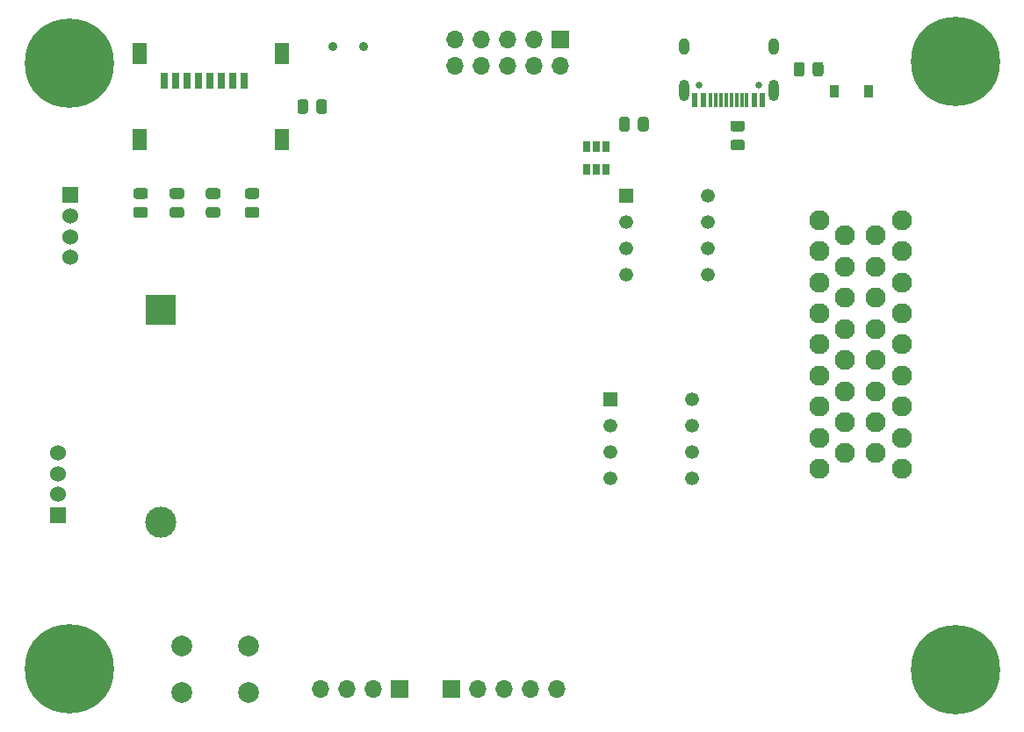
<source format=gbr>
%TF.GenerationSoftware,KiCad,Pcbnew,(5.1.12)-1*%
%TF.CreationDate,2022-03-21T20:12:08+01:00*%
%TF.ProjectId,TelemetryPrimePCB,54656c65-6d65-4747-9279-5072696d6550,rev?*%
%TF.SameCoordinates,Original*%
%TF.FileFunction,Soldermask,Bot*%
%TF.FilePolarity,Negative*%
%FSLAX46Y46*%
G04 Gerber Fmt 4.6, Leading zero omitted, Abs format (unit mm)*
G04 Created by KiCad (PCBNEW (5.1.12)-1) date 2022-03-21 20:12:08*
%MOMM*%
%LPD*%
G01*
G04 APERTURE LIST*
%ADD10O,1.700000X1.700000*%
%ADD11R,1.700000X1.700000*%
%ADD12R,0.650000X1.060000*%
%ADD13O,1.000000X1.600000*%
%ADD14C,0.650000*%
%ADD15O,1.000000X2.100000*%
%ADD16R,0.300000X1.450000*%
%ADD17R,0.600000X1.450000*%
%ADD18R,0.900000X1.200000*%
%ADD19C,3.000000*%
%ADD20R,3.000000X3.000000*%
%ADD21R,1.338000X1.338000*%
%ADD22C,1.338000*%
%ADD23C,0.900000*%
%ADD24C,2.000000*%
%ADD25C,1.524000*%
%ADD26R,1.524000X1.524000*%
%ADD27C,8.600000*%
%ADD28R,1.450000X2.000000*%
%ADD29R,0.800000X1.500000*%
%ADD30C,1.950000*%
G04 APERTURE END LIST*
D10*
%TO.C,J8*%
X154160000Y-119600000D03*
X151620000Y-119600000D03*
X149080000Y-119600000D03*
X146540000Y-119600000D03*
D11*
X144000000Y-119600000D03*
%TD*%
D12*
%TO.C,U6*%
X157000000Y-67350000D03*
X157950000Y-67350000D03*
X158900000Y-67350000D03*
X158900000Y-69550000D03*
X157000000Y-69550000D03*
X157950000Y-69550000D03*
%TD*%
%TO.C,R36*%
G36*
G01*
X176975000Y-60300001D02*
X176975000Y-59399999D01*
G75*
G02*
X177224999Y-59150000I249999J0D01*
G01*
X177750001Y-59150000D01*
G75*
G02*
X178000000Y-59399999I0J-249999D01*
G01*
X178000000Y-60300001D01*
G75*
G02*
X177750001Y-60550000I-249999J0D01*
G01*
X177224999Y-60550000D01*
G75*
G02*
X176975000Y-60300001I0J249999D01*
G01*
G37*
G36*
G01*
X178800000Y-60300001D02*
X178800000Y-59399999D01*
G75*
G02*
X179049999Y-59150000I249999J0D01*
G01*
X179575001Y-59150000D01*
G75*
G02*
X179825000Y-59399999I0J-249999D01*
G01*
X179825000Y-60300001D01*
G75*
G02*
X179575001Y-60550000I-249999J0D01*
G01*
X179049999Y-60550000D01*
G75*
G02*
X178800000Y-60300001I0J249999D01*
G01*
G37*
%TD*%
%TO.C,R35*%
G36*
G01*
X172000001Y-65850000D02*
X171099999Y-65850000D01*
G75*
G02*
X170850000Y-65600001I0J249999D01*
G01*
X170850000Y-65074999D01*
G75*
G02*
X171099999Y-64825000I249999J0D01*
G01*
X172000001Y-64825000D01*
G75*
G02*
X172250000Y-65074999I0J-249999D01*
G01*
X172250000Y-65600001D01*
G75*
G02*
X172000001Y-65850000I-249999J0D01*
G01*
G37*
G36*
G01*
X172000001Y-67675000D02*
X171099999Y-67675000D01*
G75*
G02*
X170850000Y-67425001I0J249999D01*
G01*
X170850000Y-66899999D01*
G75*
G02*
X171099999Y-66650000I249999J0D01*
G01*
X172000001Y-66650000D01*
G75*
G02*
X172250000Y-66899999I0J-249999D01*
G01*
X172250000Y-67425001D01*
G75*
G02*
X172000001Y-67675000I-249999J0D01*
G01*
G37*
%TD*%
%TO.C,R29*%
G36*
G01*
X160125000Y-65600001D02*
X160125000Y-64699999D01*
G75*
G02*
X160374999Y-64450000I249999J0D01*
G01*
X160900001Y-64450000D01*
G75*
G02*
X161150000Y-64699999I0J-249999D01*
G01*
X161150000Y-65600001D01*
G75*
G02*
X160900001Y-65850000I-249999J0D01*
G01*
X160374999Y-65850000D01*
G75*
G02*
X160125000Y-65600001I0J249999D01*
G01*
G37*
G36*
G01*
X161950000Y-65600001D02*
X161950000Y-64699999D01*
G75*
G02*
X162199999Y-64450000I249999J0D01*
G01*
X162725001Y-64450000D01*
G75*
G02*
X162975000Y-64699999I0J-249999D01*
G01*
X162975000Y-65600001D01*
G75*
G02*
X162725001Y-65850000I-249999J0D01*
G01*
X162199999Y-65850000D01*
G75*
G02*
X161950000Y-65600001I0J249999D01*
G01*
G37*
%TD*%
D13*
%TO.C,J7*%
X175020000Y-57700000D03*
D14*
X173590000Y-61350000D03*
D13*
X166380000Y-57700000D03*
D14*
X167810000Y-61350000D03*
D15*
X166380000Y-61880000D03*
X175020000Y-61880000D03*
D16*
X170450000Y-62795000D03*
X172450000Y-62795000D03*
X171950000Y-62795000D03*
X171450000Y-62795000D03*
X170950000Y-62795000D03*
X169950000Y-62795000D03*
X169450000Y-62795000D03*
X168950000Y-62795000D03*
D17*
X173950000Y-62795000D03*
X173150000Y-62795000D03*
X168250000Y-62795000D03*
X167450000Y-62795000D03*
X167450000Y-62795000D03*
X168250000Y-62795000D03*
X173150000Y-62795000D03*
X173950000Y-62795000D03*
%TD*%
D18*
%TO.C,D5*%
X184200000Y-61950000D03*
X180900000Y-61950000D03*
%TD*%
D19*
%TO.C,BT1*%
X115950000Y-103590000D03*
D20*
X115950000Y-83100000D03*
%TD*%
D21*
%TO.C,U4*%
X160813000Y-72090000D03*
D22*
X160813000Y-74630000D03*
X160813000Y-77170000D03*
X160813000Y-79710000D03*
X168687000Y-79710000D03*
X168687000Y-77170000D03*
X168687000Y-74630000D03*
X168687000Y-72090000D03*
%TD*%
D11*
%TO.C,J5*%
X139000000Y-119600000D03*
D10*
X136460000Y-119600000D03*
X133920000Y-119600000D03*
X131380000Y-119600000D03*
%TD*%
D11*
%TO.C,J2*%
X154500000Y-57000000D03*
D10*
X154500000Y-59540000D03*
X151960000Y-57000000D03*
X151960000Y-59540000D03*
X149420000Y-57000000D03*
X149420000Y-59540000D03*
X146880000Y-57000000D03*
X146880000Y-59540000D03*
X144340000Y-57000000D03*
X144340000Y-59540000D03*
%TD*%
%TO.C,R25*%
G36*
G01*
X129125000Y-63900001D02*
X129125000Y-62999999D01*
G75*
G02*
X129374999Y-62750000I249999J0D01*
G01*
X129900001Y-62750000D01*
G75*
G02*
X130150000Y-62999999I0J-249999D01*
G01*
X130150000Y-63900001D01*
G75*
G02*
X129900001Y-64150000I-249999J0D01*
G01*
X129374999Y-64150000D01*
G75*
G02*
X129125000Y-63900001I0J249999D01*
G01*
G37*
G36*
G01*
X130950000Y-63900001D02*
X130950000Y-62999999D01*
G75*
G02*
X131199999Y-62750000I249999J0D01*
G01*
X131725001Y-62750000D01*
G75*
G02*
X131975000Y-62999999I0J-249999D01*
G01*
X131975000Y-63900001D01*
G75*
G02*
X131725001Y-64150000I-249999J0D01*
G01*
X131199999Y-64150000D01*
G75*
G02*
X130950000Y-63900001I0J249999D01*
G01*
G37*
%TD*%
%TO.C,R24*%
G36*
G01*
X121450001Y-74175000D02*
X120549999Y-74175000D01*
G75*
G02*
X120300000Y-73925001I0J249999D01*
G01*
X120300000Y-73399999D01*
G75*
G02*
X120549999Y-73150000I249999J0D01*
G01*
X121450001Y-73150000D01*
G75*
G02*
X121700000Y-73399999I0J-249999D01*
G01*
X121700000Y-73925001D01*
G75*
G02*
X121450001Y-74175000I-249999J0D01*
G01*
G37*
G36*
G01*
X121450001Y-72350000D02*
X120549999Y-72350000D01*
G75*
G02*
X120300000Y-72100001I0J249999D01*
G01*
X120300000Y-71574999D01*
G75*
G02*
X120549999Y-71325000I249999J0D01*
G01*
X121450001Y-71325000D01*
G75*
G02*
X121700000Y-71574999I0J-249999D01*
G01*
X121700000Y-72100001D01*
G75*
G02*
X121450001Y-72350000I-249999J0D01*
G01*
G37*
%TD*%
%TO.C,R23*%
G36*
G01*
X125200001Y-72350000D02*
X124299999Y-72350000D01*
G75*
G02*
X124050000Y-72100001I0J249999D01*
G01*
X124050000Y-71574999D01*
G75*
G02*
X124299999Y-71325000I249999J0D01*
G01*
X125200001Y-71325000D01*
G75*
G02*
X125450000Y-71574999I0J-249999D01*
G01*
X125450000Y-72100001D01*
G75*
G02*
X125200001Y-72350000I-249999J0D01*
G01*
G37*
G36*
G01*
X125200001Y-74175000D02*
X124299999Y-74175000D01*
G75*
G02*
X124050000Y-73925001I0J249999D01*
G01*
X124050000Y-73399999D01*
G75*
G02*
X124299999Y-73150000I249999J0D01*
G01*
X125200001Y-73150000D01*
G75*
G02*
X125450000Y-73399999I0J-249999D01*
G01*
X125450000Y-73925001D01*
G75*
G02*
X125200001Y-74175000I-249999J0D01*
G01*
G37*
%TD*%
D23*
%TO.C,SW2*%
X135500000Y-57670000D03*
X132500000Y-57670000D03*
%TD*%
D24*
%TO.C,SW1*%
X124450000Y-115500000D03*
X124450000Y-120000000D03*
X117950000Y-115500000D03*
X117950000Y-120000000D03*
%TD*%
D25*
%TO.C,J4*%
X106050000Y-96850000D03*
X106050000Y-98850000D03*
X106050000Y-100850000D03*
D26*
X106050000Y-102850000D03*
%TD*%
%TO.C,J3*%
X107200000Y-72000000D03*
D25*
X107200000Y-74000000D03*
X107200000Y-76000000D03*
X107200000Y-78000000D03*
%TD*%
D23*
%TO.C,H1*%
X109380419Y-115419581D03*
X107100000Y-114475000D03*
X104819581Y-115419581D03*
X103875000Y-117700000D03*
X104819581Y-119980419D03*
X107100000Y-120925000D03*
X109380419Y-119980419D03*
X110325000Y-117700000D03*
D27*
X107100000Y-117700000D03*
%TD*%
D23*
%TO.C,H2*%
X194830419Y-115519581D03*
X192550000Y-114575000D03*
X190269581Y-115519581D03*
X189325000Y-117800000D03*
X190269581Y-120080419D03*
X192550000Y-121025000D03*
X194830419Y-120080419D03*
X195775000Y-117800000D03*
D27*
X192550000Y-117800000D03*
%TD*%
D23*
%TO.C,H3*%
X194830419Y-56819581D03*
X192550000Y-55875000D03*
X190269581Y-56819581D03*
X189325000Y-59100000D03*
X190269581Y-61380419D03*
X192550000Y-62325000D03*
X194830419Y-61380419D03*
X195775000Y-59100000D03*
D27*
X192550000Y-59100000D03*
%TD*%
D23*
%TO.C,H4*%
X109380419Y-57019581D03*
X107100000Y-56075000D03*
X104819581Y-57019581D03*
X103875000Y-59300000D03*
X104819581Y-61580419D03*
X107100000Y-62525000D03*
X109380419Y-61580419D03*
X110325000Y-59300000D03*
D27*
X107100000Y-59300000D03*
%TD*%
%TO.C,R26*%
G36*
G01*
X113549999Y-71325000D02*
X114450001Y-71325000D01*
G75*
G02*
X114700000Y-71574999I0J-249999D01*
G01*
X114700000Y-72100001D01*
G75*
G02*
X114450001Y-72350000I-249999J0D01*
G01*
X113549999Y-72350000D01*
G75*
G02*
X113300000Y-72100001I0J249999D01*
G01*
X113300000Y-71574999D01*
G75*
G02*
X113549999Y-71325000I249999J0D01*
G01*
G37*
G36*
G01*
X113549999Y-73150000D02*
X114450001Y-73150000D01*
G75*
G02*
X114700000Y-73399999I0J-249999D01*
G01*
X114700000Y-73925001D01*
G75*
G02*
X114450001Y-74175000I-249999J0D01*
G01*
X113549999Y-74175000D01*
G75*
G02*
X113300000Y-73925001I0J249999D01*
G01*
X113300000Y-73399999D01*
G75*
G02*
X113549999Y-73150000I249999J0D01*
G01*
G37*
%TD*%
D28*
%TO.C,J6*%
X113875000Y-58350000D03*
X127625000Y-58350000D03*
X127625000Y-66650000D03*
X113875000Y-66650000D03*
D29*
X116250000Y-60950000D03*
X117350000Y-60950000D03*
X118450000Y-60950000D03*
X119550000Y-60950000D03*
X120650000Y-60950000D03*
X121750000Y-60950000D03*
X122850000Y-60950000D03*
X123950000Y-60950000D03*
%TD*%
%TO.C,R27*%
G36*
G01*
X117950001Y-72350000D02*
X117049999Y-72350000D01*
G75*
G02*
X116800000Y-72100001I0J249999D01*
G01*
X116800000Y-71574999D01*
G75*
G02*
X117049999Y-71325000I249999J0D01*
G01*
X117950001Y-71325000D01*
G75*
G02*
X118200000Y-71574999I0J-249999D01*
G01*
X118200000Y-72100001D01*
G75*
G02*
X117950001Y-72350000I-249999J0D01*
G01*
G37*
G36*
G01*
X117950001Y-74175000D02*
X117049999Y-74175000D01*
G75*
G02*
X116800000Y-73925001I0J249999D01*
G01*
X116800000Y-73399999D01*
G75*
G02*
X117049999Y-73150000I249999J0D01*
G01*
X117950001Y-73150000D01*
G75*
G02*
X118200000Y-73399999I0J-249999D01*
G01*
X118200000Y-73925001D01*
G75*
G02*
X117950001Y-74175000I-249999J0D01*
G01*
G37*
%TD*%
D22*
%TO.C,U5*%
X167187000Y-91690000D03*
X167187000Y-94230000D03*
X167187000Y-96770000D03*
X167187000Y-99310000D03*
X159313000Y-99310000D03*
X159313000Y-96770000D03*
X159313000Y-94230000D03*
D21*
X159313000Y-91690000D03*
%TD*%
D30*
%TO.C,J1*%
X187400000Y-74400000D03*
X187400000Y-77400000D03*
X187400000Y-80400000D03*
X187400000Y-83400000D03*
X187400000Y-86400000D03*
X187400000Y-89400000D03*
X187400000Y-92400000D03*
X187400000Y-95400000D03*
X187400000Y-98400000D03*
X184900000Y-75900000D03*
X184900000Y-78900000D03*
X184900000Y-81900000D03*
X184900000Y-84900000D03*
X184900000Y-87900000D03*
X184900000Y-90900000D03*
X184900000Y-93900000D03*
X184900000Y-96900000D03*
X181900000Y-75900000D03*
X181900000Y-78900000D03*
X181900000Y-81900000D03*
X181900000Y-84900000D03*
X181900000Y-87900000D03*
X181900000Y-90900000D03*
X181900000Y-93900000D03*
X181900000Y-96900000D03*
X179400000Y-74400000D03*
X179400000Y-77400000D03*
X179400000Y-80400000D03*
X179400000Y-83400000D03*
X179400000Y-86400000D03*
X179400000Y-89400000D03*
X179400000Y-92400000D03*
X179400000Y-95400000D03*
X179400000Y-98400000D03*
%TD*%
M02*

</source>
